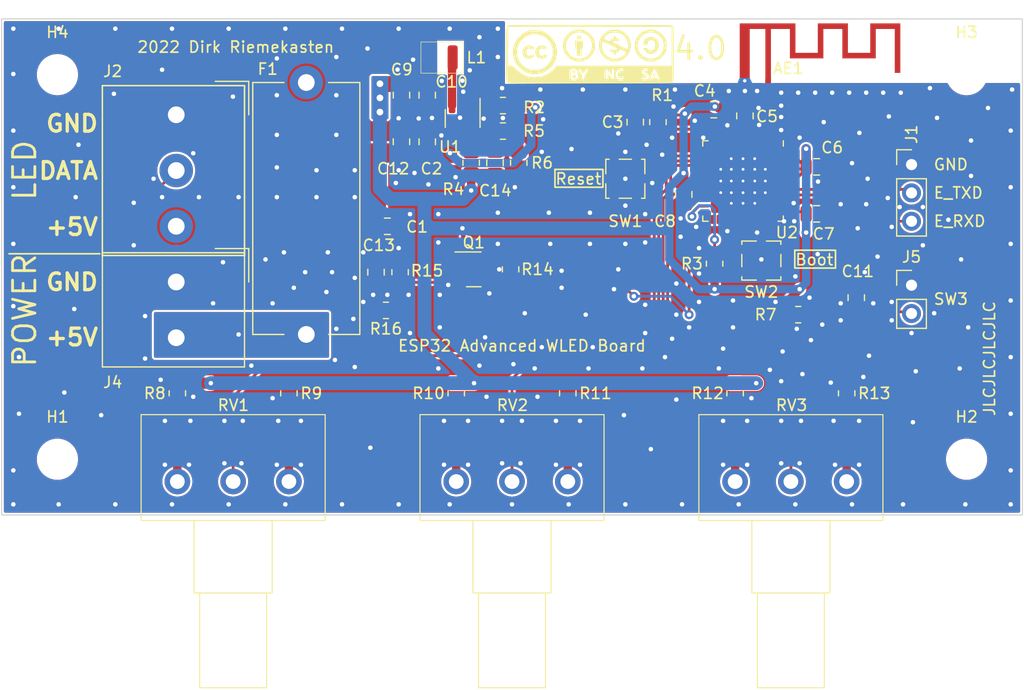
<source format=kicad_pcb>
(kicad_pcb (version 20211014) (generator pcbnew)
  (layers (0 "F.Cu" signal) (31 "B.Cu" signal) (34 "B.Paste" user) (35 "F.Paste" user) (36 "B.SilkS" user "B.Silkscreen") (37 "F.SilkS" user "F.Silkscreen") (38 "B.Mask" user) (39 "F.Mask" user) (44 "Edge.Cuts" user))
  (net 0 "")
  (net 1 "/LNA")
  (net 2 "GND")
  (net 3 "+5V")
  (net 4 "+3V3")
  (net 5 "/WLED_CTRL_IO13")
  (net 6 "Net-(L1-Pad1)")
  (net 8 "Net-(R2-Pad2)")
  (net 13 "/RST")
  (net 18 "/WLED_CTRL_IO25")
  (net 19 "/WLED_CTRL_IO26")
  (net 21 "/WLED_CTRL_IO14")
  (net 25 "/BOOT")
  (net 26 "Net-(Q1-Pad2)")
  (net 41 "/ESP_RXD")
  (net 42 "/ESP_TXD")
  (net 48 "/LED_DATA")
  (net 49 "Net-(Q1-Pad3)")
  (net 50 "Net-(R4-Pad2)")
  (net 51 "Net-(R5-Pad2)")
  (net 52 "Net-(R8-Pad2)")
  (net 53 "Net-(R9-Pad1)")
  (net 54 "Net-(R10-Pad2)")
  (net 55 "Net-(R11-Pad1)")
  (net 56 "Net-(R12-Pad2)")
  (net 57 "Net-(R13-Pad1)")
  (net 58 "/+5Vin")
  (footprint "MountingHole:MountingHole_3.2mm_M3_DIN965" (layer "F.Cu") (at 86.25 91.5)
    (fp_text reference "H4")
    (fp_text value "MountingHole")
  )
  (footprint "Footprints:KF103-5.0-3P" (layer "F.Cu") (at 96.9 95.1 -90)
    (fp_text reference "J2")
    (fp_text value "Conn_01x03_Male")
  )
  (footprint "Resistor_SMD:R_0805_2012Metric" (layer "F.Cu") (at 157 120.0875 90)
    (fp_text reference "R13")
    (fp_text value "4k7")
  )
  (footprint "MountingHole:MountingHole_3.2mm_M3_DIN965" (layer "F.Cu") (at 167.75 91.5)
    (fp_text reference "H3")
    (fp_text value "MountingHole")
  )
  (footprint "Capacitor_SMD:C_0805_2012Metric" (layer "F.Cu") (at 138.049 95.758 -90)
    (fp_text reference "C3")
    (fp_text value "100n")
  )
  (footprint "Resistor_SMD:R_0805_2012Metric" (layer "F.Cu") (at 147 120.0875 -90)
    (fp_text reference "R12")
    (fp_text value "4k7")
  )
  (footprint "Resistor_SMD:R_0805_2012Metric" (layer "F.Cu") (at 126.873 108.966 -90)
    (fp_text reference "R14")
    (fp_text value "4k7")
  )
  (footprint "Capacitor_SMD:C_0805_2012Metric" (layer "F.Cu") (at 115.824 105.1 180)
    (fp_text reference "C1")
    (fp_text value "22µ")
  )
  (footprint "Resistor_SMD:R_0805_2012Metric" (layer "F.Cu") (at 152.654 113.03)
    (fp_text reference "R7")
    (fp_text value "4k7")
  )
  (footprint "Footprints:SW_XUNPU_TS-1077S" (layer "F.Cu") (at 137.16 100.838 90)
    (fp_text reference "SW1")
    (fp_text value "SW_Push")
  )
  (footprint "Capacitor_SMD:C_0805_2012Metric" (layer "F.Cu") (at 117.090181 97.517422 90)
    (fp_text reference "C12")
    (fp_text value "10µ")
  )
  (footprint "Resistor_SMD:R_0805_2012Metric" (layer "F.Cu") (at 107 120.0912 90)
    (fp_text reference "R9")
    (fp_text value "4k7")
  )
  (footprint "Footprints:Potentiometer_Bourns_PDB181-K415K-x" (layer "F.Cu") (at 147 128 -90)
    (fp_text reference "RV3")
    (fp_text value "10k")
  )
  (footprint "Resistor_SMD:R_0805_2012Metric" (layer "F.Cu") (at 127.605781 99.405834 -90)
    (fp_text reference "R6")
    (fp_text value "15k")
  )
  (footprint "Footprints:SW_XUNPU_TS-1077S" (layer "F.Cu") (at 149.352 108.1786 180)
    (fp_text reference "SW2")
    (fp_text value "SW_Push")
  )
  (footprint "Capacitor_SMD:C_0805_2012Metric" (layer "F.Cu") (at 119.401581 97.522422 90)
    (fp_text reference "C2")
    (fp_text value "100n")
  )
  (footprint "Resistor_SMD:R_0805_2012Metric" (layer "F.Cu") (at 126.183381 94.275034 180)
    (fp_text reference "R2")
    (fp_text value "4k7")
  )
  (footprint "Footprints:Potentiometer_Bourns_PDB181-K415K-x" (layer "F.Cu") (at 122 128 -90)
    (fp_text reference "RV2")
    (fp_text value "10k")
  )
  (footprint "Capacitor_SMD:C_0805_2012Metric" (layer "F.Cu") (at 147.8788 95.1992 -90)
    (fp_text reference "C5")
    (fp_text value "100n")
  )
  (footprint "LOGO" (layer "F.Cu") (at 133.985 89.662)
    (fp_text reference "G***" hide)
    (fp_text value "LOGO" hide)
  )
  (footprint "Capacitor_SMD:C_0805_2012Metric" (layer "F.Cu") (at 154.3152 103.9876 180)
    (fp_text reference "C7")
    (fp_text value "100n")
  )
  (footprint "Footprints:Potentiometer_Bourns_PDB181-K415K-x" (layer "F.Cu") (at 97 128 -90)
    (fp_text reference "RV1")
    (fp_text value "10k")
  )
  (footprint "Connector_PinHeader_2.54mm:PinHeader_1x03_P2.54mm_Vertical" (layer "F.Cu") (at 162.814 99.568)
    (fp_text reference "J1")
    (fp_text value "Conn_01x03_Male")
  )
  (footprint "Capacitor_SMD:C_0805_2012Metric" (layer "F.Cu") (at 114.808 109.22 90)
    (fp_text reference "C13")
    (fp_text value "100n")
  )
  (footprint "Capacitor_SMD:C_0805_2012Metric" (layer "F.Cu") (at 119.399619 93.336415 -90)
    (fp_text reference "C10")
    (fp_text value "100n")
  )
  (footprint "Resistor_SMD:R_0805_2012Metric" (layer "F.Cu") (at 132 120.0875 90)
    (fp_text reference "R11")
    (fp_text value "4k7")
  )
  (footprint "RF_Antenna:Texas_SWRA117D_2.4GHz_Right" (layer "F.Cu") (at 149.9616 92.0508)
    (fp_text reference "AE1")
    (fp_text value "Antenna_Shield")
  )
  (footprint "Connector_PinHeader_2.54mm:PinHeader_1x02_P2.54mm_Vertical" (layer "F.Cu") (at 162.814 110.3884)
    (fp_text reference "J5")
    (fp_text value "Conn_01x02")
  )
  (footprint "Footprints:Sumida 252012CDMCD_DS" (layer "F.Cu") (at 120.730619 89.968415 180)
    (fp_text reference "L1")
    (fp_text value "2µ2")
  )
  (footprint "Resistor_SMD:R_0805_2012Metric" (layer "F.Cu") (at 145.161 108.458 90)
    (fp_text reference "R3")
    (fp_text value "4k7")
  )
  (footprint "Capacitor_SMD:C_0805_2012Metric" (layer "F.Cu") (at 145.0848 94.6404)
    (fp_text reference "C4")
    (fp_text value "10µ")
  )
  (footprint "Package_TO_SOT_SMD:SOT-23" (layer "F.Cu") (at 123.571 108.966)
    (fp_text reference "Q1")
    (fp_text value "BS170F")
  )
  (footprint "Footprints:KF103-5.0-2P" (layer "F.Cu") (at 96.9 110.1 -90)
    (fp_text reference "J4")
    (fp_text value "Screw_Terminal_01x02")
  )
  (footprint "MountingHole:MountingHole_3.2mm_M3_DIN965" (layer "F.Cu") (at 167.75 126)
    (fp_text reference "H2")
    (fp_text value "MountingHole")
  )
  (footprint "Resistor_SMD:R_0805_2012Metric" (layer "F.Cu") (at 140.081 95.758 -90)
    (fp_text reference "R1")
    (fp_text value "4k7")
  )
  (footprint "Fuse:Fuseholder_Cylinder-5x20mm_Stelvio-Kontek_PTF78_Horizontal_Open" (layer "F.Cu") (at 108.5596 92.205 -90)
    (fp_text reference "F1")
    (fp_text value "5A")
  )
  (footprint "Capacitor_SMD:C_0805_2012Metric" (layer "F.Cu") (at 117.090181 93.336415 -90)
    (fp_text reference "C9")
    (fp_text value "22µ")
  )
  (footprint "MountingHole:MountingHole_3.2mm_M3_DIN965" (layer "F.Cu") (at 86.25 126)
    (fp_text reference "H1")
    (fp_text value "MountingHole")
  )
  (footprint "Package_DFN_QFN:QFN-48-1EP_7x7mm_P0.5mm_EP5.3x5.3mm" (layer "F.Cu") (at 147.7116 101.0412 -90)
    (fp_text reference "U2")
    (fp_text value "ESP32-PICO-D4")
  )
  (footprint "Resistor_SMD:R_0805_2012Metric" (layer "F.Cu") (at 116.967 109.22 -90)
    (fp_text reference "R15")
    (fp_text value "4k7")
  )
  (footprint "Resistor_SMD:R_0805_2012Metric" (layer "F.Cu") (at 97 120.0875 -90)
    (fp_text reference "R8")
    (fp_text value "4k7")
  )
  (footprint "Resistor_SMD:R_0805_2012Metric" (layer "F.Cu") (at 115.697 112.649 180)
    (fp_text reference "R16")
    (fp_text value "10R")
  )
  (footprint "Resistor_SMD:R_0805_2012Metric" (layer "F.Cu") (at 126.185281 96.561034)
    (fp_text reference "R5")
    (fp_text value "51k")
  )
  (footprint "Capacitor_SMD:C_0805_2012Metric" (layer "F.Cu") (at 125.472181 99.405834 90)
    (fp_text reference "C14")
    (fp_text value "22p")
  )
  (footprint "Resistor_SMD:R_0805_2012Metric" (layer "F.Cu") (at 123.338581 99.405834 90)
    (fp_text reference "R4")
    (fp_text value "300k")
  )
  (footprint "Capacitor_SMD:C_0805_2012Metric" (layer "F.Cu") (at 154.3152 99.7712 180)
    (fp_text reference "C6")
    (fp_text value "100n")
  )
  (footprint "Capacitor_SMD:C_0805_2012Metric" (layer "F.Cu") (at 142.3924 102.2452 90)
    (fp_text reference "C8")
    (fp_text value "100n")
  )
  (footprint "Resistor_SMD:R_0805_2012Metric" (layer "F.Cu") (at 122 120.0875 -90)
    (fp_text reference "R10")
    (fp_text value "4k7")
  )
  (footprint "Package_TO_SOT_SMD:SOT-23-6" (layer "F.Cu") (at 122.574619 95.429415 -90)
    (fp_text reference "U1")
    (fp_text value "MT3420C")
  )
  (footprint "Capacitor_SMD:C_0805_2012Metric" (layer "F.Cu") (at 157.861 111.506 90)
    (fp_text reference "C11")
    (fp_text value "100n")
  )
  (gr_line (start 90.043 107.569) (end 81.915 107.569) (layer "F.SilkS") (width 0.15))
  (gr_rect (start 130.85 100) (end 135.15 101.6) (layer "F.SilkS") (width 0.15) (fill none))
  (gr_rect (start 152.35 107.25) (end 156 108.85) (layer "F.SilkS") (width 0.15) (fill none))
  (gr_rect (start 81.25 86.5) (end 172.75 131) (layer "Edge.Cuts") (width 0.1) (fill none))
  (gr_text "LED" (at 83.312 100.076 90) (layer "F.SilkS") (effects (font (size 2 2) (thickness 0.25))))
  (gr_text "GND" (at 90.043 110.109) (layer "F.SilkS") (effects (font (size 1.5 1.5) (thickness 0.3)) (justify right)))
  (gr_text "DATA" (at 90.043 100.1268) (layer "F.SilkS") (effects (font (size 1.5 1.5) (thickness 0.3)) (justify right)))
  (gr_text "ESP32 Advanced WLED Board" (at 127.889 115.824) (layer "F.SilkS") (effects (font (size 1 1))))
  (gr_text "JLCJLCJLCJLC" (at 169.799 116.967 90) (layer "F.SilkS") (effects (font (size 1 1))))
  (gr_text "4.0" (at 143.891 89.154) (layer "F.SilkS") (effects (font (size 2 2) (thickness 0.25))))
  (gr_text "Boot" (at 154.1 108.1) (layer "F.SilkS") (effects (font (size 1 1))))
  (gr_text "Reset" (at 132.95 100.85) (layer "F.SilkS") (effects (font (size 1 1))))
  (gr_text "+5V" (at 90.043 115.062) (layer "F.SilkS") (effects (font (size 1.5 1.5) (thickness 0.3)) (justify right)))
  (gr_text "SW3" (at 164.719 111.633) (layer "F.SilkS") (effects (font (size 1 1)) (justify left)))
  (gr_text "GND" (at 164.719 99.568) (layer "F.SilkS") (effects (font (size 1 1)) (justify left)))
  (gr_text "POWER" (at 83.312 112.649 90) (layer "F.SilkS") (effects (font (size 2 2) (thickness 0.25))))
  (gr_text "E_RXD" (at 164.719 104.648) (layer "F.SilkS") (effects (font (size 1 1)) (justify left)))
  (gr_text "2022 Dirk Riemekasten" (at 102.235 89.027) (layer "F.SilkS") (effects (font (size 1 1))))
  (gr_text "+5V" (at 90.043 105.156) (layer "F.SilkS") (effects (font (size 1.5 1.5) (thickness 0.3)) (justify right)))
  (gr_text "E_TXD" (at 164.719 102.108) (layer "F.SilkS") (effects (font (size 1 1)) (justify left)))
  (gr_text "GND" (at 90.043 95.885) (layer "F.SilkS") (effects (font (size 1.5 1.5) (thickness 0.3)) (justify right)))
  (segment (start 149.9616 97.5912) (end 149.9616 97.0788) (width 0.4) (layer "F.Cu") (net 1))
  (segment (start 149.9616 92.0508) (end 149.9616 97.0788) (width 0.5) (layer "F.Cu") (net 1))
  (segment (start 122.574619 95.126044) (end 122.574619 94.291915) (width 0.5) (layer "F.Cu") (net 2))
  (segment (start 122.340696 95.359967) (end 122.574619 95.126044) (width 0.5) (layer "F.Cu") (net 2))
  (segment (start 122.271248 95.429415) (end 119.870177 95.429415) (width 0.5) (layer "F.Cu") (net 2))
  (segment (start 119.870177 95.429415) (end 119.825398 95.384636) (width 0.5) (layer "F.Cu") (net 2))
  (segment (start 147.8616 92.0508) (end 147.8616 92.9468) (width 0.9) (layer "F.Cu") (net 2))
  (segment (start 122.340696 95.359967) (end 122.271248 95.429415) (width 0.5) (layer "F.Cu") (net 2))
  (via (at 117.856 104.013) (size 0.8) (drill 0.4) (layers "F.Cu" "B.Cu") (net 2))
  (via (at 108.077 126.492) (size 0.8) (drill 0.4) (layers "F.Cu" "B.Cu") (net 2))
  (via (at 151.13 118.999) (size 0.8) (drill 0.4) (layers "F.Cu" "B.Cu") (net 2))
  (via (at 146.658755 103.04036) (size 0.5) (drill 0.25) (layers "F.Cu" "B.Cu") (net 2))
  (via (at 171.704 116.84) (size 0.8) (drill 0.4) (layers "F.Cu" "B.Cu") (net 2))
  (via (at 154.4 107.6) (size 0.8) (drill 0.4) (layers "F.Cu" "B.Cu") (net 2))
  (via (at 82.296 130.048) (size 0.8) (drill 0.4) (layers "F.Cu" "B.Cu") (net 2))
  (via (at 143.383 95.631) (size 0.8) (drill 0.4) (layers "F.Cu" "B.Cu") (net 2))
  (via (at 127.762 126.365) (size 0.8) (drill 0.4) (layers "F.Cu" "B.Cu") (net 2))
  (via (at 108.077 122.555) (size 0.8) (drill 0.4) (layers "F.Cu" "B.Cu") (net 2))
  (via (at 153.67 111.506) (size 0.8) (drill 0.4) (layers "F.Cu" "B.Cu") (net 2))
  (via (at 124.456181 95.443434) (size 0.8) (drill 0.4) (layers "F.Cu" "B.Cu") (net 2))
  (via (at 121.412 130.048) (size 0.8) (drill 0.4) (layers "F.Cu" "B.Cu") (net 2))
  (via (at 154.178 93.1164) (size 0.8) (drill 0.4) (layers "F.Cu" "B.Cu") (net 2))
  (via (at 105.918 96.901) (size 0.8) (drill 0.4) (layers "F.Cu" "B.Cu") (net 2))
  (via (at 145.710225 99.989484) (size 0.5) (drill 0.25) (layers "F.Cu" "B.Cu") (net 2))
  (via (at 140.716 116.84) (size 0.8) (drill 0.4) (layers "F.Cu" "B.Cu") (net 2))
  (via (at 140.462 98.679) (size 0.8) (drill 0.4) (layers "F.Cu" "B.Cu") (net 2))
  (via (at 129.54 92.837) (size 0.8) (drill 0.4) (layers "F.Cu" "B.Cu") (net 2))
  (via (at 147.7116 99.9912) (size 0.5) (drill 0.25) (layers "F.Cu" "B.Cu") (net 2))
  (via (at 125.73 87.376) (size 0.8) (drill 0.4) (layers "F.Cu" "B.Cu") (net 2))
  (via (at 124.587 115.062) (size 0.8) (drill 0.4) (layers "F.Cu" "B.Cu") (net 2))
  (via (at 95.631 102.489) (size 0.8) (drill 0.4) (layers "F.Cu" "B.Cu") (net 2))
  (via (at 133.096 122.555) (size 0.8) (drill 0.4) (layers "F.Cu" "B.Cu") (net 2))
  (via (at 142.113 106.045) (size 0.8) (drill 0.4) (layers "F.Cu" "B.Cu") (net 2))
  (via (at 154.94 95.758) (size 0.8) (drill 0.4) (layers "F.Cu" "B.Cu") (net 2))
  (via (at 86.868 120.015) (size 0.8) (drill 0.4) (layers "F.Cu" "B.Cu") (net 2))
  (via (at 130.429 106.68) (size 0.8) (drill 0.4) (layers "F.Cu" "B.Cu") (net 2))
  (via (at 158.877 100.838) (size 0.8) (drill 0.4) (layers "F.Cu" "B.Cu") (net 2))
  (via (at 151.257 116.332) (size 0.8) (drill 0.4) (layers "F.Cu" "B.Cu") (net 2))
  (via (at 121.939619 100.697422) (size 0.8) (drill 0.4) (layers "F.Cu" "B.Cu") (net 2))
  (via (at 147.32 130.048) (size 0.8) (drill 0.4) (layers "F.Cu" "B.Cu") (net 2))
  (via (at 137.16 130.048) (size 0.8) (drill 0.4) (layers "F.Cu" "B.Cu") (net 2))
  (via (at 125.857 108.966) (size 0.8) (drill 0.4) (layers "F.Cu" "B.Cu") (net 2))
  (via (at 87.884 102.489) (size 0.8) (drill 0.4) (layers "F.Cu" "B.Cu") (net 2))
  (via (at 82.296 87.376) (size 0.8) (drill 0.4) (layers "F.Cu" "B.Cu") (net 2))
  (via (at 98.425 120.396) (size 0.8) (drill 0.4) (layers "F.Cu" "B.Cu") (net 2))
  (via (at 163.83 103.378) (size 0.8) (drill 0.4) (layers "F.Cu" "B.Cu") (net 2))
  (via (at 111.252 114.3) (size 0.8) (drill 0.4) (layers "F.Cu" "B.Cu") (net 2))
  (via (at 104.902 108.077) (size 0.8) (drill 0.4) (layers "F.Cu" "B.Cu") (net 2))
  (via (at 116.586 101.219) (size 0.8) (drill 0.4) (layers "F.Cu" "B.Cu") (net 2))
  (via (at 129.286 120.396) (size 0.8) (drill 0.4) (layers "F.Cu" "B.Cu") (net 2))
  (via (at 120.700119 92.061422) (size 0.8) (drill 0.4) (layers "F.Cu" "B.Cu") (net 2))
  (via (at 120.396 106.553) (size 0.8) (drill 0.4) (layers "F.Cu" "B.Cu") (net 2))
  (via (at 120.669619 96.953415) (size 0.8) (drill 0.4) (layers "F.Cu" "B.Cu") (net 2))
  (via (at 120.904 126.492) (size 0.8) (drill 0.4) (layers "F.Cu" "B.Cu") (net 2))
  (via (at 148.082 122.555) (size 0.8) (drill 0.4) (layers "F.Cu" "B.Cu") (net 2))
  (via (at 101.6 130.048) (size 0.8) (drill 0.4) (layers "F.Cu" "B.Cu") (net 2))
  (via (at 111.76 87.376) (size 0.8) (drill 0.4) (layers "F.Cu" "B.Cu") (net 2))
  (via (at 148.7616 101.0412) (size 0.5) (drill 0.25) (layers "F.Cu" "B.Cu") (net 2))
  (via (at 133.35 92.837) (size 0.8) (drill 0.4) (layers "F.Cu" "B.Cu") (net 2))
  (via (at 113.665 111.887) (size 0.8) (drill 0.4) (layers "F.Cu" "B.Cu") (net 2))
  (via (at 171.704 111.76) (size 0.8) (drill 0.4) (layers "F.Cu" "B.Cu") (net 2))
  (via (at 101.092 108.331) (size 0.8) (drill 0.4) (layers "F.Cu" "B.Cu") (net 2))
  (via (at 116.84 107.061) (size 0.8) (drill 0.4) (layers "F.Cu" "B.Cu") (net 2))
  (via (at 167.259 108.077) (size 0.8) (drill 0.4) (layers "F.Cu" "B.Cu") (net 2))
  (via (at 116.84 87.376) (size 0.8) (drill 0.4) (layers "F.Cu" "B.Cu") (net 2))
  (via (at 155.575 119.126) (size 0.8) (drill 0.4) (layers "F.Cu" "B.Cu") (net 2))
  (via (at 141.351 115.189) (size 0.8) (drill 0.4) (layers "F.Cu" "B.Cu") (net 2))
  (via (at 82.296 101.6) (size 0.8) (drill 0.4) (layers "F.Cu" "B.Cu") (net 2))
  (via (at 137.16 100.838) (size 0.8) (drill 0.4) (layers "F.Cu" "B.Cu") (net 2))
  (via (at 95.504 118.872) (size 0.8) (drill 0.4) (layers "F.Cu" "B.Cu") (net 2))
  (via (at 90.17 122.047) (size 0.8) (drill 0.4) (layers "F.Cu" "B.Cu") (net 2))
  (via (at 105.537 112.014) (size 0.8) (drill 0.4) (layers "F.Cu" "B.Cu") (net 2))
  (via (at 95.631 91.059) (size 0.8) (drill 0.4) (layers "F.Cu" "B.Cu") (net 2))
  (via (at 136.144 110.744) (size 0.8) (drill 0.4) (layers "F.Cu" "B.Cu") (net 2))
  (via (at 169.672 94.488) (size 0.8) (drill 0.4) (layers "F.Cu" "B.Cu") (net 2))
  (via (at 165.1 95.377) (size 0.8) (drill 0.4) (layers "F.Cu" "B.Cu") (net 2))
  (via (at 107.442 110.617) (size 0.8) (drill 0.4) (layers "F.Cu" "B.Cu") (net 2))
  (via (at 152.527 114.3) (size 0.8) (drill 0.4) (layers "F.Cu" "B.Cu") (net 2))
  (via (at 133.858 117.856) (size 0.8) (drill 0.4) (layers "F.Cu" "B.Cu") (net 2))
  (via (at 139.446 125.095) (size 0.8) (drill 0.4) (layers "F.Cu" "B.Cu") (net 2))
  (via (at 129.667 98.425) (size 0.8) (drill 0.4) (layers "F.Cu" "B.Cu") (net 2))
  (via (at 171.704 101.6) (size 0.8) (drill 0.4) (layers "F.Cu" "B.Cu") (net 2))
  (via (at 137.16 106.68) (size 0.8) (drill 0.4) (layers "F.Cu" "B.Cu") (net 2))
  (via (at 141.732 113.03) (size 0.8) (drill 0.4) (layers "F.Cu" "B.Cu") (net 2))
  (via (at 121.285 110.363) (size 0.8) (drill 0.4) (layers "F.Cu" "B.Cu") (net 2))
  (via (at 116.84 100.076) (size 0.8) (drill 0.4) (layers "F.Cu" "B.Cu") (net 2))
  (via (at 113.665 107.442) (size 0.8) (drill 0.4) (layers "F.Cu" "B.Cu") (net 2))
  (via (at 116.84 130.048) (size 0.8) (drill 0.4) (layers "F.Cu" "B.Cu") (net 2))
  (via (at 131.445 110.617) (size 0.8) (drill 0.4) (layers "F.Cu" "B.Cu") (net 2))
  (via (at 125.73 106.68) (size 0.8) (drill 0.4) (layers "F.Cu" "B.Cu") (net 2))
  (via (at 138.938 114.681) (size 0.8) (drill 0.4) (layers "F.Cu" "B.Cu") (net 2))
  (via (at 143.51 105.156) (size 0.8) (drill 0.4) (layers "F.Cu" "B.Cu") (net 2))
  (via (at 167.132 117.856) (size 0.8) (drill 0.4) (layers "F.Cu" "B.Cu") (net 2))
  (via (at 126.111 126.365) (size 0.8) (drill 0.4) (layers "F.Cu" "B.Cu") (net 2))
  (via (at 171.704 121.92) (size 0.8) (drill 0.4) (layers "F.Cu" "B.Cu") (net 2))
  (via (at 158.1404 96.7232) (size 0.8) (drill 0.4) (layers "F.Cu" "B.Cu") (net 2))
  (via (at 117.856 114.681) (size 0.8) (drill 0.4) (layers "F.Cu" "B.Cu") (net 2))
  (via (at 101.219 122.555) (size 0.8) (drill 0.4) (layers "F.Cu" "B.Cu") (net 2))
  (via (at 88.138 97.79) (size 0.8) (drill 0.4) (layers "F.Cu" "B.Cu") (net 2))
  (via (at 162.941 122.682) (size 0.8) (drill 0.4) (layers "F.Cu" "B.Cu") (net 2))
  (via (at 157.226 93.1164) (size 0.8) (drill 0.4) (layers "F.Cu" "B.Cu") (net 2))
  (via (at 158.623 109.22) (size 0.8) (drill 0.4) (layers "F.Cu" "B.Cu") (net 2))
  (via (at 132.08 130.048) (size 0.8) (drill 0.4) (layers "F.Cu" "B.Cu") (net 2))
  (via (at 137.033 122.047) (size 0.8) (drill 0.4) (layers "F.Cu" "B.Cu") (net 2))
  (via (at 148.756532 99.039484) (size 0.5) (drill 0.25) (layers "F.Cu" "B.Cu") (net 2))
  (via (at 86.36 130.048) (size 0.8) (drill 0.4) (layers "F.Cu" "B.Cu") (net 2))
  (via (at 127.889 122.555) (size 0.8) (drill 0.4) (layers "F.Cu" "B.Cu") (net 2))
  (via (at 168.148 97.409) (size 0.8) (drill 0.4) (layers "F.Cu" "B.Cu") (net 2))
  (via (at 161.036 113.538) (size 0.8) (drill 0.4) (layers "F.Cu" "B.Cu") (net 2))
  (via (at 148.7616 103.0412) (size 0.5) (drill 0.25) (layers "F.Cu" "B.Cu") (net 2))
  (via (at 82.804 116.84) (size 0.8) (drill 0.4) (layers "F.Cu" "B.Cu") (net 2))
  (via (at 126.183381 95.392634) (size 0.8) (drill 0.4) (layers "F.Cu" "B.Cu") (net 2))
  (via (at 103.632 117.602) (size 0.8) (drill 0.4) (layers "F.Cu" "B.Cu") (net 2))
  (via (at 162.052 130.048) (size 0.8) (drill 0.4) (layers "F.Cu" "B.Cu") (net 2))
  (via (at 138.938 112.141) (size 0.8) (drill 0.4) (layers "F.Cu" "B.Cu") (net 2))
  (via (at 164.846 112.903) (size 0.8) (drill 0.4) (layers "F.Cu" "B.Cu") (net 2))
  (via (at 160.274 93.1164) (size 0.8) (drill 0.4) (layers "F.Cu" "B.Cu") (net 2))
  (via (at 160.782 95.25) (size 0.8) (drill 0.4) (layers "F.Cu" "B.Cu") (net 2))
  (via (at 152.781 97.155) (size 0.8) (drill 0.4) (layers "F.Cu" "B.Cu") (net 2))
  (via (at 159.385 112.014) (size 0.8) (drill 0.4) (layers "F.Cu" "B.Cu") (net 2))
  (via (at 86.36 87.376) (size 0.8) (drill 0.4) (layers "F.Cu" "B.Cu") (net 2))
  (via (at 117.729 111.252) (size 0.8) (drill 0.4) (layers "F.Cu" "B.Cu") (net 2))
  (via (at 127.127 117.475) (size 0.8) (drill 0.4) (layers "F.Cu" "B.Cu") (net 2))
  (via (at 145.7116 101.0412) (size 0.5) (drill 0.25) (layers "F.Cu" "B.Cu") (net 2))
  (via (at 157.988 105.283) (size 0.8) (drill 0.4) (layers "F.Cu" "B.Cu") (net 2))
  (via (at 114.046 89.154) (size 0.8) (drill 0.4) (layers "F.Cu" "B.Cu") (net 2))
  (via (at 124.968 111.125) (size 0.8) (drill 0.4) (layers "F.Cu" "B.Cu") (net 2))
  (via (at 118.637619 95.429415) (size 0.8) (drill 0.4) (layers "F.Cu" "B.Cu") (net 2))
  (via (at 112.903 117.729) (size 0.8) (drill 0.4) (layers "F.Cu" "B.Cu") (net 2))
  (via (at 156.464 113.538) (size 0.8) (drill 0.4) (layers "F.Cu" "B.Cu") (net 2))
  (via (at 161.036 105.156) (size 0.8) (drill 0.4) (layers "F.Cu" "B.Cu") (net 2))
  (via (at 111.252 93.345) (size 0.8) (drill 0.4) (layers "F.Cu" "B.Cu") (net 2))
  (via (at 123.209619 91.110415) (size 0.8) (drill 0.4) (layers "F.Cu" "B.Cu") (net 2))
  (via (at 109.474 100.076) (size 0.8) (drill 0.4) (layers "F.Cu" "B.Cu") (net 2))
  (via (at 128.143 112.903) (size 0.8) (drill 0.4) (layers "F.Cu" "B.Cu") (net 2))
  (via (at 158.496 118.618) (size 0.8) (drill 0.4) (layers "F.Cu" "B.Cu") (net 2))
  (via (at 161.036 111.887) (size 0.8) (drill 0.4) (layers "F.Cu" "B.Cu") (net 2))
  (via (at 139.573 101.219) (size 0.8) (drill 0.4) (layers "F.Cu" "B.Cu") (net 2))
  (via (at 120.396 104.013) (size 0.8) (drill 0.4) (layers "F.Cu" "B.Cu") (net 2))
  (via (at 105.918 99.822) (size 0.8) (drill 0.4) (layers "F.Cu" "B.Cu") (net 2))
  (via (at 137.16 98.425) (size 0.8) (drill 0.4) (layers "F.Cu" "B.Cu") (net 2))
  (via (at 100.203 112.014) (size 0.8) (drill 0.4) (layers "F.Cu" "B.Cu") (net 2))
  (via (at 148.082 126.492) (size 0.8) (drill 0.4) (layers "F.Cu" "B.Cu") (net 2))
  (via (at 110.363 110.998) (size 0.8) (drill 0.4) (layers "F.Cu" "B.Cu") (net 2))
  (via (at 146.660602 102.091199) (size 0.5) (drill 0.25) (layers "F.Cu" "B.Cu") (net 2))
  (via (at 98.044 126.492) (size 0.8) (drill 0.4) (layers "F.Cu" "B.Cu") (net 2))
  (via (at 131.445 109.093) (size 0.8) (drill 0.4) (layers "F.Cu" "B.Cu") (net 2))
  (via (at 159.766 107.823) (size 0.8) (drill 0.4) (layers "F.Cu" "B.Cu") (net 2))
  (via (at 158.115 126.492) (size 0.8) (drill 0.4) (layers "F.Cu" "B.Cu") (net 2))
  (via (at 110.871 109.22) (size 0.8) (drill 0.4) (layers "F.Cu" "B.Cu") (net 2))
  (via (at 130.937 122.555) (size 0.8) (drill 0.4) (layers "F.Cu" "B.Cu") (net 2))
  (via (at 105.918 90.043) (size 0.8) (drill 0.4) (layers "F.Cu" "B.Cu") (net 2))
  (via (at 141.732 110.236) (size 0.8) (drill 0.4) (layers "F.Cu" "B.Cu") (net 2))
  (via (at 147.7116 103.0412) (size 0.5) (drill 0.25) (layers "F.Cu" "B.Cu") (net 2))
  (via (at 142.113 104.394) (size 0.8) (drill 0.4) (layers "F.Cu" "B.Cu") (net 2))
  (via (at 91.44 87.376) (size 0.8) (drill 0.4) (layers "F.Cu" "B.Cu") (net 2))
  (via (at 118.131581 90.156422) (size 0.8) (drill 0.4) (layers "F.Cu" "B.Cu") (net 2))
  (via (at 105.918 93.345) (size 0.8) (drill 0.4) (layers "F.Cu" "B.Cu") (net 2))
  (via (at 129.667 115.951) (size 0.8) (drill 0.4) (layers "F.Cu" "B.Cu") (net 2))
  (via (at 91.313 93.218) (size 0.8) (drill 0.4) (layers "F.Cu" "B.Cu") (net 2))
  (via (at 148.7616 102.0912) (size 0.5) (drill 0.25) (layers "F.Cu" "B.Cu") (net 2))
  (via (at 141.605 92.837) (size 0.8) (drill 0.4) (layers "F.Cu" "B.Cu") (net 2))
  (via (at 148.971 105.664) (size 0.8) (drill 0.4) (layers "F.Cu" "B.Cu") (net 2))
  (via (at 148.463 120.523) (size 0.8) (drill 0.4) (layers "F.Cu" "B.Cu") (net 2))
  (via (at 155.829 122.555) (size 0.8) (drill 0.4) (layers "F.Cu" "B.Cu") (net 2))
  (via (at 171.831 92.837) (size 0.8) (drill 0.4) (layers "F.Cu" "B.Cu") (net 2))
  (via (at 161.8488 93.1164) (size 0.8) (drill 0.4) (layers "F.Cu" "B.Cu") (net 2))
  (via (at 171.704 127) (size 0.8) (drill 0.4) (layers "F.Cu" "B.Cu") (net 2))
  (via (at 82.804 121.92) (size 0.8) (drill 0.4) (layers "F.Cu" "B.Cu") (net 2))
  (via (at 152.2476 103.0224) (size 0.8) (drill 0.4) (layers "F.Cu" "B.Cu") (net 2))
  (via (at 137.16 103.251) (size 0.8) (drill 0.4) (layers "F.Cu" "B.Cu") (net 2))
  (via (at 82.296 112.268) (size 0.8) (drill 0.4) (layers "F.Cu" "B.Cu") (net 2))
  (via (at 149.706532 99.989484) (size 0.5) (drill 0.25) (layers "F.Cu" "B.Cu") (net 2))
  (via (at 136.525 108.966) (size 0.8) (drill 0.4) (layers "F.Cu" "B.Cu") (net 2))
  (via (at 138.938 104.013) (size 0.8) (drill 0.4) (layers "F.Cu" "B.Cu") (net 2))
  (via (at 166.116 104.521) (size 0.8) (drill 0.4) (layers "F.Cu" "B.Cu") (net 2))
  (via (at 153.797 115.316) (size 0.8) (drill 0.4) (layers "F.Cu" "B.Cu") (net 2))
  (via (at 145.542 117.856) (size 0.8) (drill 0.4) (layers "F.Cu" "B.Cu") (net 2))
  (via (at 149.098 94.488) (size 0.8) (drill 0.4) (layers "F.Cu" "B.Cu") (net 2))
  (via (at 144.145 97.155) (size 0.8) (drill 0.4) (layers "F.Cu" "B.Cu") (net 2))
  (via (at 111.252 89.916) (size 0.8) (drill 0.4) (layers "F.Cu" "B.Cu") (net 2))
  (via (at 146.304 105.537) (size 0.8) (drill 0.4) (layers "F.Cu" "B.Cu") (net 2))
  (via (at 160.6804 102.5652) (size 0.8) (drill 0.4) (layers "F.Cu" "B.Cu") (net 2))
  (via (at 123.063 126.492) (size 0.8) (drill 0.4) (layers "F.Cu" "B.Cu") (net 2))
  (via (at 138.938 106.553) (size 0.8) (drill 0.4) (layers "F.Cu" "B.Cu") (net 2))
  (via (at 112.776 113.411) (size 0.8) (drill 0.4) (layers "F.Cu" "B.Cu") (net 2))
  (via (at 130.302 103.886) (size 0.8) (drill 0.4) (layers "F.Cu" "B.Cu") (net 2))
  (via (at 151.13 96.4692) (size 0.8) (drill 0.4) (layers "F.Cu" "B.Cu") (net 2))
  (via (at 95.885 122.555) (size 0.8) (drill 0.4) (layers "F.Cu" "B.Cu") (net 2))
  (via (at 133.985 103.886) (size 0.8) (drill 0.4) (layers "F.Cu" "B.Cu") (net 2))
  (via (at 120.396 117.856) (size 0.8) (drill 0.4) (layers "F.Cu" "B.Cu") (net 2))
  (via (at 152.781 126.365) (size 0.8) (drill 0.4) (layers "F.Cu" "B.Cu") (net 2))
  (via (at 137.16 92.837) (size 0.8) (drill 0.4) (layers "F.Cu" "B.Cu") (net 2))
  (via (at 101.981 93.472) (size 0.8) (drill 0.4) (layers "F.Cu" "B.Cu") (net 2))
  (via (at 156.464 103.124) (size 0.8) (drill 0.4) (layers "F.Cu" "B.Cu") (net 2))
  (via (at 163.83 106.807) (size 0.8) (drill 0.4) (layers "F.Cu" "B.Cu") (net 2))
  (via (at 132.334 98.171) (size 0.8) (drill 0.4) (layers "F.Cu" "B.Cu") (net 2))
  (via (at 106.045 122.555) (size 0.8) (drill 0.4) (layers "F.Cu" "B.Cu") (net 2))
  (via (at 145.923 122.555) (size 0.8) (drill 0.4) (layers "F.Cu" "B.Cu") (net 2))
  (via (at 167.64 130.048) (size 0.8) (drill 0.4) (layers "F.Cu" "B.Cu") (net 2))
  (via (at 157.48 130.048) (size 0.8) (drill 0.4) (layers "F.Cu" "B.Cu") (net 2))
  (via (at 147.7116 101.0412) (size 0.5) (drill 0.25) (layers "F.Cu" "B.Cu") (net 2))
  (via (at 156.464 112.014) (size 0.8) (drill 0.4) (layers "F.Cu" "B.Cu") (net 2))
  (via (at 115.824 111.252) (size 0.8) (drill 0.4) (layers "F.Cu" "B.Cu") (net 2))
  (via (at 120.904 122.555) (size 0.8) (drill 0.4) (layers "F.Cu" "B.Cu") (net 2))
  (via (at 138.684 117.856) (size 0.8) (drill 0.4) (layers "F.Cu" "B.Cu") (net 2))
  (via (at 139.065 97.79) (size 0.8) (drill 0.4) (layers "F.Cu" "B.Cu") (net 2))
  (via (at 105.537 120.523) (size 0.8) (drill 0.4) (layers "F.Cu" "B.Cu") (net 2))
  (via (at 124.714 120.396) (size 0.8) (drill 0.4) (layers "F.Cu" "B.Cu") (net 2))
  (via (at 133.604 113.03) (size 0.8) (drill 0.4) (layers "F.Cu" "B.Cu") (net 2))
  (via (at 146.660602 99.991199) (size 0.5) (drill 0.25) (layers "F.Cu" "B.Cu") (net 2))
  (via (at 106.68 130.048) (size 0.8) (drill 0.4) (layers "F.Cu" "B.Cu") (net 2))
  (via (at 152.654 93.1164) (size 0.8) (drill 0.4) (layers "F.Cu" "B.Cu") (net 2))
  (via (at 118.258581 100.316422) (size 0.8) (drill 0.4) (layers "F.Cu" "B.Cu") (net 2))
  (via (at 121.412 87.376) (size 0.8) (drill 0.4) (layers "F.Cu" "B.Cu") (net 2))
  (via (at 155.702 93.1164) (size 0.8) (drill 0.4) (layers "F.Cu" "B.Cu") (net 2))
  (via (at 93.091 102.997) (size 0.8) (drill 0.4) (layers "F.Cu" "B.Cu") (net 2))
  (via (at 146.6616 101.0412) (size 0.5) (drill 0.25) (layers "F.Cu" "B.Cu") (net 2))
  (via (at 133.096 126.492) (size 0.8) (drill 0.4) (layers "F.Cu" "B.Cu") (net 2))
  (via (at 143.764 107.061) (size 0.8) (drill 0.4) (layers "F.Cu" "B.Cu") (net 2))
  (via (at 153.035 118.364) (size 0.8) (drill 0.4) (layers "F.Cu" "B.Cu") (net 2))
  (via (at 96.52 87.376) (size 0.8) (drill 0.4) (layers "F.Cu" "B.Cu") (net 2))
  (via (at 143.764 109.347) (size 0.8) (drill 0.4) (layers "F.Cu" "B.Cu") (net 2))
  (via (at 146.651419 99.038477) (size 0.5) (drill 0.25) (layers "F.Cu" "B.Cu") (net 2))
  (via (at 116.836181 95.414222) (size 0.8) (drill 0.4) (layers "F.Cu" "B.Cu") (net 2))
  (via (at 98.425 98.552) (size 0.8) (drill 0.4) (layers "F.Cu" "B.Cu") (net 2))
  (via (at 127.254 101.6) (size 0.8) (drill 0.4) (layers "F.Cu" "B.Cu") (net 2))
  (via (at 102.743 126.365) (size 0.8) (drill 0.4) (layers "F.Cu" "B.Cu") (net 2))
  (via (at 149.7116 101.0412) (size 0.5) (drill 0.25) (layers "F.Cu" "B.Cu") (net 2))
  (via (at 146.812 111.76) (size 0.8) (drill 0.4) (layers "F.Cu" "B.Cu") (net 2))
  (via (at 101.219 126.365) (size 0.8) (drill 0.4) (layers "F.Cu" "B.Cu") (net 2))
  (via (at 168.148 100.584) (size 0.8) (drill 0.4) (layers "F.Cu" "B.Cu") (net 2))
  (via (at 111.125 117.094) (size 0.8) (drill 0.4) (layers "F.Cu" "B.Cu") (net 2))
  (via (at 127 130.048) (size 0.8) (drill 0.4) (layers "F.Cu" "B.Cu") (net 2))
  (via (at 96.52 130.048) (size 0.8) (drill 0.4) (layers "F.Cu" "B.Cu") (net 2))
  (via (at 146.431 92.964) (size 0.8) (drill 0.4) (layers "F.Cu" "B.Cu") (net 2))
  (via (at 112.903 109.728) (size 0.8) (drill 0.4) (layers "F.Cu" "B.Cu") (net 2))
  (via (at 126.111 92.71) (size 0.8) (drill 0.4) (layers "F.Cu" "B.Cu") (net 2))
  (via (at 152.4 130.048) (size 0.8) (drill 0.4) (layers "F.Cu" "B.Cu") (net 2))
  (via (at 126.111 122.555) (size 0.8) (drill 0.4) (layers "F.Cu" "B.Cu") (net 2))
  (via (at 125.73 89.916) (size 0.8) (drill 0.4) (layers "F.Cu" "B.Cu") (net 2))
  (via (at 129.794 95.504) (size 0.8) (drill 0.4) (layers "F.Cu" "B.Cu") (net 2))
  (via (at 145.923 116.078) (size 0.8) (drill 0.4) (layers "F.Cu" "B.Cu") (net 2))
  (via (at 124.079 117.602) (size 0.8) (drill 0.4) (layers "F.Cu" "B.Cu") (net 2))
  (via (at 110.49 107.442) (size 0.8) (drill 0.4) (layers "F.Cu" "B.Cu") (net 2))
  (via (at 145.923 126.492) (size 0.8) (drill 0.4) (layers "F.Cu" "B.Cu") (net 2))
  (via (at 94.869 100.838) (size 0.8) (drill 0.4) (layers "F.Cu" "B.Cu") (net 2))
  (via (at 142.24 130.048) (size 0.8) (drill 0.4) (layers "F.Cu" "B.Cu") (net 2))
  (via (at 112.903 102.489) (size 0.8) (drill 0.4) (layers "F.Cu" "B.Cu") (net 2))
  (via (at 151.13 126.365) (size 0.8) (drill 0.4) (layers "F.Cu" "B.Cu") (net 2))
  (via (at 105.918 126.492) (size 0.8) (drill 0.4) (layers "F.Cu" "B.Cu") (net 2))
  (via (at 158.115 122.555) (size 0.8) (drill 0.4) (layers "F.Cu" "B.Cu") (net 2))
  (via (at 149.1533 96.012) (size 0.8) (drill 0.4) (layers "F.Cu" "B.Cu") (net 2))
  (via (at 98.171 122.555) (size 0.8) (drill 0.4) (layers "F.Cu" "B.Cu") (net 2))
  (via (at 119.825398 95.384636) (size 0.8) (drill 0.4) (layers "F.Cu" "B.Cu") (net 2))
  (via (at 109.474 102.489) (size 0.8) (drill 0.4) (layers "F.Cu" "B.Cu") (net 2))
  (via (at 149.352 108.077) (size 0.8) (drill 0.4) (layers "F.Cu" "B.Cu") (net 2))
  (via (at 129.032 117.856) (size 0.8) (drill 0.4) (layers "F.Cu" "B.Cu") (net 2))
  (via (at 82.296 91.44) (size 0.8) (drill 0.4) (layers "F.Cu" "B.Cu") (net 2))
  (via (at 114.3 124.968) (size 0.8) (drill 0.4) (layers "F.Cu" "B.Cu") (net 2))
  (via (at 147.8788 92.964) (size 0.8) (drill 0.4) (layers "F.Cu" "B.Cu") (net 2))
  (via (at 95.885 126.492) (size 0.8) (drill 0.4) (layers "F.Cu" "B.Cu") (net 2))
  (via (at 155.956 126.492) (size 0.8) (drill 0.4) (layers "F.Cu" "B.Cu") (net 2))
  (via (at 120.523 114.173) (size 0.8) (drill 0.4) (layers "F.Cu" "B.Cu") (net 2))
  (via (at 94.107 113.157) (size 0.8) (drill 0.4) (layers "F.Cu" "B.Cu") (net 2))
  (via (at 94.107 116.967) (size 0.8) (drill 0.4) (layers "F.Cu" "B.Cu") (net 2))
  (via (at 147.7116 99.0412) (size 0.5) (drill 0.25) (layers "F.Cu" "B.Cu") (net 2))
  (via (at 122.627381 93.030434) (size 0.8) (drill 0.4) (layers "F.Cu" "B.Cu") (net 2))
  (via (at 87.757 112.522) (size 0.8) (drill 0.4) (layers "F.Cu" "B.Cu") (net 2))
  (via (at 120.523 111.252) (size 0.8) (drill 0.4) (layers "F.Cu" "B.Cu") (net 2))
  (via (at 152.2984 104.648) (size 0.8) (drill 0.4) (layers "F.Cu" "B.Cu") (net 2))
  (via (at 91.44 130.048) (size 0.8) (drill 0.4) (layers "F.Cu" "B.Cu") (net 2))
  (via (at 122.549119 92.039834) (size 0.8) (drill 0.4) (layers "F.Cu" "B.Cu") (net 2))
  (via (at 130.937 126.492) (size 0.8) (drill 0.4) (layers "F.Cu" "B.Cu") (net 2))
  (via (at 152.908 122.555) (size 0.8) (drill 0.4) (layers "F.Cu" "B.Cu") (net 2))
  (via (at 161.7472 103.378) (size 0.8) (drill 0.4) (layers "F.Cu" "B.Cu") (net 2))
  (via (at 163.195 118.11) (size 0.8) (drill 0.4) (layers "F.Cu" "B.Cu") (net 2))
  (via (at 154.813 113.919) (size 0.8) (drill 0.4) (layers "F.Cu" "B.Cu") (net 2))
  (via (at 122.340696 95.359967) (size 0.8) (drill 0.4) (layers "F.Cu" "B.Cu") (net 2))
  (via (at 141.732 120.65) (size 0.8) (drill 0.4) (layers "F.Cu" "B.Cu") (net 2))
  (via (at 154.432 101.092) (size 0.8) (drill 0.4) (layers "F.Cu" "B.Cu") (net 2))
  (via (at 151.13 122.555) (size 0.8) (drill 0.4) (layers "F.Cu" "B.Cu") (net 2))
  (via (at 171.704 106.68) (size 0.8) (drill 0.4) (layers "F.Cu" "B.Cu") (net 2))
  (via (at 141.478 94.361) (size 0.8) (drill 0.4) (layers "F.Cu" "B.Cu") (net 2))
  (via (at 106.68 87.376) (size 0.8) (drill 0.4) (layers "F.Cu" "B.Cu") (net 2))
  (via (at 112.903 100.076) (size 0.8) (drill 0.4) (layers "F.Cu" "B.Cu") (net 2))
  (via (at 143.764 111.887) (size 0.8) (drill 0.4) (layers "F.Cu" "B.Cu") (net 2))
  (via (at 108.458 109.22) (size 0.8) (drill 0.4) (layers "F.Cu" "B.Cu") (net 2))
  (via (at 148.971 92.964) (size 0.8) (drill 0.4) (layers "F.Cu" "B.Cu") (net 2))
  (via (at 147.7116 102.0912) (size 0.5) (drill 0.25) (layers "F.Cu" "B.Cu") (net 2))
  (via (at 162.814 114.681) (size 0.8) (drill 0.4) (layers "F.Cu" "B.Cu") (net 2))
  (via (at 158.75 93.1164) (size 0.8) (drill 0.4) (layers "F.Cu" "B.Cu") (net 2))
  (via (at 148.7616 99.9912) (size 0.5) (drill 0.25) (layers "F.Cu" "B.Cu") (net 2))
  (via (at 151.384 104.648) (size 0.8) (drill 0.4) (layers "F.Cu" "B.Cu") (net 2))
  (via (at 159.004 116.713) (size 0.8) (drill 0.4) (layers "F.Cu" "B.Cu") (net 2))
  (via (at 146.305165 96.04143) (size 0.8) (drill 0.4) (layers "F.Cu" "B.Cu") (net 2))
  (via (at 133.985 106.68) (size 0.8) (drill 0.4) (layers "F.Cu" "B.Cu") (net 2))
  (via (at 111.76 130.048) (size 0.8) (drill 0.4) (layers "F.Cu" "B.Cu") (net 2))
  (via (at 93.091 106.807) (size 0.8) (drill 0.4) (layers "F.Cu" "B.Cu") (net 2))
  (via (at 102.489 102.489) (size 0.8) (drill 0.4) (layers "F.Cu" "B.Cu") (net 2))
  (via (at 102.87 122.555) (size 0.8) (drill 0.4) (layers "F.Cu" "B.Cu") (net 2))
  (via (at 141.351 97.155) (size 0.8) (drill 0.4) (layers "F.Cu" "B.Cu") (net 2))
  (via (at 142.875 114.173) (size 0.8) (drill 0.4) (layers "F.Cu" "B.Cu") (net 2))
  (via (at 98.933 102.489) (size 0.8) (drill 0.4) (layers "F.Cu" "B.Cu") (net 2))
  (via (at 123.063 122.555) (size 0.8) (drill 0.4) (layers "F.Cu" "B.Cu") (net 2))
  (via (at 164.465 92.71) (size 0.8) (drill 0.4) (layers "F.Cu" "B.Cu") (net 2))
  (via (at 136.525 96.774) (size 0.8) (drill 0.4) (layers "F.Cu" "B.Cu") (net 2))
  (via (at 167.894 114.173) (size 0.8) (drill 0.4) (layers "F.Cu" "B.Cu") (net 2))
  (via (at 124.079 88.138) (size 0.8) (drill 0.4) (layers "F.Cu" "B.Cu") (net 2))
  (via (at 151.13 95.3008) (size 0.8) (drill 0.4) (layers "F.Cu" "B.Cu") (net 2))
  (via (at 111.252 96.901) (size 0.8) (drill 0.4) (layers "F.Cu" "B.Cu") (net 2))
  (via (at 157.48 99.441) (size 0.8) (drill 0.4) (layers "F.Cu" "B.Cu") (net 2))
  (via (at 82.296 106.68) (size 0.8) (drill 0.4) (layers "F.Cu" "B.Cu") (net 2))
  (via (at 114.554 111.252) (size 0.8) (drill 0.4) (layers "F.Cu" "B.Cu") (net 2))
  (via (at 150.622 111.887) (size 0.8) (drill 0.4) (layers "F.Cu" "B.Cu") (net 2))
  (via (at 158.75 103.124) (size 0.8) (drill 0.4) (layers "F.Cu" "B.Cu") (net 2))
  (via (at 106.553 107.442) (size 0.8) (drill 0.4) (layers "F.Cu" "B.Cu") (net 2))
  (via (at 145.709218 102.084371) (size 0.5) (drill 0.25) (layers "F.Cu" "B.Cu") (net 2))
  (via (at 82.296 127) (size 0.8) (drill 0.4) (layers "F.Cu" "B.Cu") (net 2))
  (via (at 125.73 103.886) (size 0.8) (drill 0.4) (layers "F.Cu" "B.Cu") (net 2))
  (via (at 151.13 93.1164) (size 0.8) (drill 0.4) (layers "F.Cu" "B.Cu") (net 2))
  (via (at 116.734581 91.045422) (size 0.8) (drill 0.4) (layers "F.Cu" "B.Cu") (net 2))
  (via (at 105.918 102.489) (size 0.8) (drill 0.4) (layers "F.Cu" "B.Cu") (net 2))
  (via (at 149.707967 102.090063) (size 0.5) (drill 0.25) (layers "F.Cu" "B.Cu") (net 2))
  (via (at 134.239 115.951) (size 0.8) (drill 0.4) (layers "F.Cu" "B.Cu") (net 2))
  (via (at 151.13 94.2848) (size 0.8) (drill 0.4) (layers "F.Cu" "B.Cu") (net 2))
  (via (at 171.704 130.048) (size 0.8) (drill 0.4) (layers "F.Cu" "B.Cu") (net 2))
  (via (at 146.812 114.173) (size 0.8) (drill 0.4) (layers "F.Cu" "B.Cu") (net 2))
  (via (at 150.114 117.983) (size 0.8) (drill 0.4) (layers "F.Cu" "B.Cu") (net 2))
  (via (at 171.704 96.52) (size 0.8) (drill 0.4) (layers "F.Cu" "B.Cu") (net 2))
  (via (at 152.4 109.601) (size 0.8) (drill 0.4) (layers "F.Cu" "B.Cu") (net 2))
  (via (at 119.507 101.346) (size 0.8) (drill 0.4) (layers "F.Cu" "B.Cu") (net 2))
  (via (at 82.296 96.52) (size 0.8) (drill 0.4) (layers "F.Cu" "B.Cu") (net 2))
  (via (at 101.6 87.376) (size 0.8) (drill 0.4) (layers "F.Cu" "B.Cu") (net 2))
  (segment (start 127.217404 94.4372) (end 127.066619 94.286415) (width 0.75) (layer "F.Cu") (net 3))
  (segment (start 114.874 105.1) (end 114.874 108.204) (width 1) (layer "F.Cu") (net 3))
  (segment (start 114.874 108.204) (end 114.808 108.27) (width 1) (layer "F.Cu") (net 3))
  (segment (start 114.808 108.27) (end 116.9295 108.27) (width 1) (layer "F.Cu") (net 3))
  (segment (start 129.0828 94.4372) (end 127.217404 94.4372) (width 0.75) (layer "F.Cu") (net 3))
  (segment (start 116.9295 108.27) (end 116.967 108.3075) (width 1) (layer "F.Cu") (net 3))
  (via (at 121.433581 98.538422) (size 0.8) (drill 0.4) (layers "F.Cu" "B.Cu") (net 3))
  (via (at 129.0828 94.4372) (size 0.8) (drill 0.4) (layers "F.Cu" "B.Cu") (net 3))
  (segment (start 128.723381 97.831034) (end 127.126993 99.427422) (width 0.75) (layer "B.Cu") (net 3))
  (segment (start 127.126993 99.427422) (end 122.322581 99.427422) (width 0.75) (layer "B.Cu") (net 3))
  (segment (start 129.0828 94.4372) (end 128.723381 94.796619) (width 0.75) (layer "B.Cu") (net 3))
  (segment (start 122.322581 99.427422) (end 121.433581 98.538422) (width 0.75) (layer "B.Cu") (net 3))
  (segment (start 128.723381 94.796619) (end 128.723381 97.831034) (width 0.75) (layer "B.Cu") (net 3))
  (segment (start 142.3924 101.2952) (end 142.3924 100.3424) (width 0.85) (layer "F.Cu") (net 4))
  (segment (start 148.072994 96.1492) (end 149.1996 97.275806) (width 0.5) (layer "F.Cu") (net 4))
  (segment (start 151.7415 111.7835) (end 151.7415 113.03) (width 0.75) (layer "F.Cu") (net 4))
  (segment (start 147.8788 96.1492) (end 148.072994 96.1492) (width 0.5) (layer "F.Cu") (net 4))
  (segment (start 145.1843 94.361) (end 145.4637 94.6404) (width 0.5) (layer "F.Cu") (net 4))
  (segment (start 153.3652 105.664) (end 153.3652 103.9876) (width 0.75) (layer "F.Cu") (net 4))
  (segment (start 145.161 110.744) (end 145.161 109.3705) (width 0.75) (layer "F.Cu") (net 4))
  (segment (start 142.494 94.996) (end 142.367 95.123) (width 0.25) (layer "F.Cu") (net 4))
  (segment (start 153.3652 99.9744) (end 153.3652 99.7712) (width 0.25) (layer "F.Cu") (net 4))
  (segment (start 153.1688 103.7912) (end 153.3652 103.9876) (width 0.25) (layer "F.Cu") (net 4))
  (segment (start 122.6335 105.3615) (end 122.6335 108.016) (width 0.4) (layer "F.Cu") (net 4))
  (segment (start 147.5436 96.1492) (end 147.8788 96.1492) (width 0.5) (layer "F.Cu") (net 4))
  (segment (start 122.6335 108.016) (end 126.8355 108.016) (width 0.4) (layer "F.Cu") (net 4))
  (segment (start 123.338581 100.318334) (end 125.434681 100.318334) (width 0.75) (layer "F.Cu") (net 4))
  (segment (start 152.5484 100.7912) (end 153.3652 99.9744) (width 0.25) (layer "F.Cu") (net 4))
  (segment (start 148.8948 119.1768) (end 147.0018 119.1768) (width 1) (layer "F.Cu") (net 4))
  (segment (start 152.527 98.0694) (end 152.0488 97.5912) (width 0.25) (layer "F.Cu") (net 4))
  (segment (start 125.434681 100.318334) (end 125.472181 100.355834) (width 0.75) (layer "F.Cu") (net 4))
  (segment (start 123.338581 101.891222) (end 123.338581 100.318334) (width 0.75) (layer "F.Cu") (net 4))
  (segment (start 145.4637 94.6404) (end 146.0348 94.6404) (width 0.5) (layer "F.Cu") (net 4))
  (segment (start 123.5964 119.1768) (end 122.0018 119.1768) (width 1) (layer "F.Cu") (net 4))
  (segment (start 122.555 105.283) (end 122.6335 105.3615) (width 0.4) (layer "F.Cu") (net 4))
  (segment (start 151.1616 100.7912) (end 152.5484 100.7912) (width 0.25) (layer "F.Cu") (net 4))
  (segment (start 147.7264 96.3016) (end 147.8788 96.1492) (width 0.5) (layer "F.Cu") (net 4))
  (segment (start 151.793 99.2912) (end 152.4508 99.949) (width 0.25) (layer "F.Cu") (net 4))
  (segment (start 151.1616 99.2912) (end 151.793 99.2912) (width 0.25) (layer "F.Cu") (net 4))
  (segment (start 153.3652 99.7712) (end 153.289 99.7712) (width 0.25) (layer "F.Cu") (net 4))
  (segment (start 152.781 110.744) (end 151.7415 111.7835) (width 0.75) (layer "F.Cu") (net 4))
  (segment (start 146.0348 94.6404) (end 147.5436 96.1492) (width 0.5) (layer "F.Cu") (net 4))
  (segment (start 100 119.1768) (end 96.9982 119.1768) (width 1) (layer "F.Cu") (net 4))
  (segment (start 153.3652 98.1456) (end 153.3652 99.7712) (width 0.85) (layer "F.Cu") (net 4))
  (segment (start 149.1996 97.275806) (end 149.1996 97.5868) (width 0.5) (layer "F.Cu") (net 4))
  (segment (start 152.4508 99.949) (end 153.1874 99.949) (width 0.25) (layer "F.Cu") (net 4))
  (segment (start 152.0488 97.5912) (end 150.4616 97.5912) (width 0.25) (layer "F.Cu") (net 4))
  (segment (start 126.8355 108.016) (end 126.873 108.0535) (width 0.4) (layer "F.Cu") (net 4))
  (segment (start 153.1874 99.949) (end 153.3652 99.7712) (width 0.25) (layer "F.Cu") (net 4))
  (segment (start 151.1616 103.7912) (end 153.1688 103.7912) (width 0.25) (layer "F.Cu") (net 4))
  (segment (start 140.3585 95.123) (end 140.081 94.8455) (width 0.25) (layer "F.Cu") (net 4))
  (segment (start 153.289 99.7712) (end 152.527 99.0092) (width 0.25) (layer "F.Cu") (net 4))
  (segment (start 142.3924 101.2952) (end 144.2576 101.2952) (width 0.25) (layer "F.Cu") (net 4))
  (segment (start 142.3924 100.3424) (end 142.38 100.33) (width 0.25) (layer "F.Cu") (net 4))
  (segment (start 144.2576 101.2952) (end 144.2616 101.2912) (width 0.25) (layer "F.Cu") (net 4))
  (segment (start 152.527 99.0092) (end 152.527 98.0694) (width 0.25) (layer "F.Cu") (net 4))
  (segment (start 142.367 95.123) (end 140.3585 95.123) (width 0.25) (layer "F.Cu") (net 4))
  (via (at 145.1843 94.361) (size 0.8) (drill 0.4) (layers "F.Cu" "B.Cu") (net 4))
  (via (at 142.38 100.33) (size 0.8) (drill 0.4) (layers "F.Cu" "B.Cu") (net 4))
  (via (at 115.159781 92.315422) (size 1.2) (drill 0.6) (layers "F.Cu" "B.Cu") (net 4))
  (via (at 115.159781 94.855422) (size 1.2) (drill 0.6) (layers "F.Cu" "B.Cu") (net 4))
  (via (at 152.781 110.744) (size 0.8) (drill 0.4) (layers "F.Cu" "B.Cu") (net 4))
  (via (at 153.3652 105.664) (size 0.8) (drill 0.4) (layers "F.Cu" "B.Cu") (net 4))
  (via (at 115.159781 93.585422) (size 1.2) (drill 0.6) (layers "F.Cu" "B.Cu") (net 4))
  (via (at 100 119.1768) (size 0.8) (drill 0.4) (layers "F.Cu" "B.Cu") (net 4))
  (via (at 153.3652 98.1456) (size 0.8) (drill 0.4) (layers "F.Cu" "B.Cu") (net 4))
  (via (at 122.555 105.283) (size 0.8) (drill 0.4) (layers "F.Cu" "B.Cu") (net 4))
  (via (at 123.5964 119.1768) (size 0.8) (drill 0.4) (layers "F.Cu" "B.Cu") (net 4))
  (via (at 142.494 94.996) (size 0.8) (drill 0.4) (layers "F.Cu" "B.Cu") (net 4))
  (via (at 123.338581 101.891222) (size 0.8) (drill 0.4) (layers "F.Cu" "B.Cu") (net 4))
  (via (at 145.161 110.744) (size 0.8) (drill 0.4) (layers "F.Cu" "B.Cu") (net 4))
  (via (at 148.8948 119.1768) (size 0.8) (drill 0.4) (layers "F.Cu" "B.Cu") (net 4))
  (segment (start 119.146834 114.727234) (end 123.5964 119.1768) (width 1.25) (layer "B.Cu") (net 4))
  (segment (start 141.097 108.077) (end 141.097 105.097) (width 0.75) (layer "B.Cu") (net 4))
  (segment (start 116.076038 102.646834) (end 115.159781 101.730577) (width 1.25) (layer "B.Cu") (net 4))
  (segment (start 104.1768 119.1768) (end 123.5964 119.1768) (width 1.25) (layer "B.Cu") (net 4))
  (segment (start 119.146834 102.646834) (end 119.146834 104.746834) (width 1.25) (layer "B.Cu") (net 4))
  (segment (start 123.338581 101.891222) (end 122.582969 102.646834) (width 1.25) (layer "B.Cu") (net 4))
  (segment (start 153.3652 98.1456) (end 153.3652 105.664) (width 0.75) (layer "B.Cu") (net 4))
  (segment (start 119.146834 104.746834) (end 119.146834 114.727234) (width 1.25) (layer "B.Cu") (net 4))
  (segment (start 153.3652 105.664) (end 153.3652 110.1598) (width 0.75) (layer "B.Cu") (net 4))
  (segment (start 123.5964 119.1768) (end 148.8948 119.1768) (width 1.25) (layer "B.Cu") (net 4))
  (segment (start 115.159781 101.730577) (end 115.159781 94.855422) (width 1.25) (layer "B.Cu") (net 4))
  (segment (start 100 119.1768) (end 104.1768 119.1768) (width 1.25) (layer "B.Cu") (net 4))
  (segment (start 122.555 105.283) (end 140.843 105.283) (width 1.25) (layer "B.Cu") (net 4))
  (segment (start 119.683 105.283) (end 122.555 105.283) (width 1.25) (layer "B.Cu") (net 4))
  (segment (start 142.494 94.996) (end 143.129 94.361) (width 0.75) (layer "B.Cu") (net 4))
  (segment (start 142.38 95.11) (end 142.38 100.33) (width 0.75) (layer "B.Cu") (net 4))
  (segment (start 141.097 105.097) (end 141.097 101.613) (width 0.75) (layer "B.Cu") (net 4))
  (segment (start 122.582969 102.646834) (end 119.146834 102.646834) (width 1.25) (layer "B.Cu") (net 4))
  (segment (start 153.3652 110.1598) (end 152.781 110.744) (width 0.75) (layer "B.Cu") (net 4))
  (segment (start 143.129 94.361) (end 145.1843 94.361) (width 0.75) (layer "B.Cu") (net 4))
  (segment (start 152.781 110.744) (end 145.161 110.744) (width 0.75) (layer "B.Cu") (net 4))
  (segment (start 142.494 94.996) (end 142.38 95.11) (width 0.75) (layer "B.Cu") (net 4))
  (segment (start 119.146834 102.646834) (end 116.076038 102.646834) (width 1.25) (layer "B.Cu") (net 4))
  (segment (start 115.159781 101.730577) (end 115.7846 102.355396) (width 1.25) (layer "B.Cu") (net 4))
  (segment (start 141.097 101.613) (end 142.38 100.33) (width 0.75) (layer "B.Cu") (net 4))
  (segment (start 143.764 110.744) (end 141.097 108.077) (width 0.75) (layer "B.Cu") (net 4))
  (segment (start 145.161 110.744) (end 143.764 110.744) (width 0.75) (layer "B.Cu") (net 4))
  (segment (start 119.146834 104.746834) (end 119.683 105.283) (width 1.25) (layer "B.Cu") (net 4))
  (segment (start 153.8205 112.776) (end 157.541 112.776) (width 0.25) (layer "F.Cu") (net 5))
  (segment (start 153.5665 113.03) (end 153.8205 112.776) (width 0.25) (layer "F.Cu") (net 5))
  (segment (start 143.2052 102.2096) (end 141.5288 102.2096) (width 0.25) (layer "F.Cu") (net 5))
  (segment (start 141.5288 102.2096) (end 140.94936 102.78904) (width 0.25) (layer "F.Cu") (net 5))
  (segment (start 158.181 112.776) (end 157.861 112.456) (width 0.25) (layer "F.Cu") (net 5))
  (segment (start 140.94936 102.78904) (end 140.94936 113.64436) (width 0.25) (layer "F.Cu") (net 5))
  (segment (start 152.908 115.062) (end 153.5665 114.4035) (width 0.25) (layer "F.Cu") (net 5))
  (segment (start 162.814 112.9284) (end 162.6616 112.776) (width 0.25) (layer "F.Cu") (net 5))
  (segment (start 162.6616 112.776) (end 158.181 112.776) (width 0.25) (layer "F.Cu") (net 5))
  (segment (start 143.6236 101.7912) (end 143.2052 102.2096) (width 0.25) (layer "F.Cu") (net 5))
  (segment (start 153.5665 114.4035) (end 153.5665 113.03) (width 0.25) (layer "F.Cu") (net 5))
  (segment (start 142.367 115.062) (end 152.908 115.062) (width 0.25) (layer "F.Cu") (net 5))
  (segment (start 144.2616 101.7912) (end 143.6236 101.7912) (width 0.25) (layer "F.Cu") (net 5))
  (segment (start 157.541 112.776) (end 157.861 112.456) (width 0.25) (layer "F.Cu") (net 5))
  (segment (start 140.94936 113.64436) (end 142.367 115.062) (width 0.25) (layer "F.Cu") (net 5))
  (segment (start 121.624619 94.291915) (end 121.624619 90.024415) (width 0.75) (layer "F.Cu") (net 6))
  (segment (start 123.524619 94.291915) (end 125.236119 94.291915) (width 0.75) (layer "F.Cu") (net 8))
  (segment (start 125.236119 94.291915) (end 125.241619 94.286415) (width 0.75) (layer "F.Cu") (net 8))
  (segment (start 140.081 96.6705) (end 138.0865 96.6705) (width 0.25) (layer "F.Cu") (net 13))
  (segment (start 144.5895 96.393) (end 145.11318 96.91668) (width 0.25) (layer "F.Cu") (net 13))
  (segment (start 146.4616 97.214582) (end 146.4616 97.5912) (width 0.25) (layer "F.Cu") (net 13))
  (segment (start 138.0865 96.6705) (end 138.049 96.708) (width 0.25) (layer "F.Cu") (net 13))
  (segment (start 138.16 96.819) (end 138.16 98.963) (width 0.25) (layer "F.Cu") (net 13))
  (segment (start 138.049 96.708) (end 138.16 96.819) (width 0.25) (layer "F.Cu") (net 13))
  (segment (start 140.3585 96.393) (end 144.5895 96.393) (width 0.25) (layer "F.Cu") (net 13))
  (segment (start 140.081 96.6705) (end 140.3585 96.393) (width 0.25) (layer "F.Cu") (net 13))
  (segment (start 146.163698 96.91668) (end 146.4616 97.214582) (width 0.25) (layer "F.Cu") (net 13))
  (segment (start 145.11318 96.91668) (end 146.163698 96.91668) (width 0.25) (layer "F.Cu") (net 13))
  (segment (start 138.16 98.963) (end 138.16 102.713) (width 0.5) (layer "F.Cu") (net 13))
  (segment (start 102 120.4) (end 102 128) (width 0.25) (layer "F.Cu") (net 18))
  (segment (start 104.504489 117.895511) (end 102 120.4) (width 0.25) (layer "F.Cu") (net 18))
  (segment (start 141.505788 98.7912) (end 140.42496 99.872028) (width 0.25) (layer "F.Cu") (net 18))
  (segment (start 139.750801 102.292581) (end 139.750801 116.128799) (width 0.25) (layer "F.Cu") (net 18))
  (segment (start 139.1666 116.713) (end 112.586904 116.713) (width 0.25) (layer "F.Cu") (net 18))
  (segment (start 111.404393 117.895511) (end 104.504489 117.895511) (width 0.25) (layer "F.Cu") (net 18))
  (segment (start 139.750801 116.128799) (end 139.1666 116.713) (width 0.25) (layer "F.Cu") (net 18))
  (segment (start 140.42496 99.872028) (end 140.42496 101.618422) (width 0.25) (layer "F.Cu") (net 18))
  (segment (start 112.586904 116.713) (end 111.404393 117.895511) (width 0.25) (layer "F.Cu") (net 18))
  (segment (start 140.42496 101.618422) (end 139.750801 102.292581) (width 0.25) (layer "F.Cu") (net 18))
  (segment (start 144.2616 98.7912) (end 141.505788 98.7912) (width 0.25) (layer "F.Cu") (net 18))
  (segment (start 141.618633 99.243361) (end 140.82448 100.037514) (width 0.25) (layer "F.Cu") (net 19))
  (segment (start 140.150321 116.389679) (end 139.42748 117.11252) (width 0.25) (layer "F.Cu") (net 19))
  (segment (start 140.82448 101.783908) (end 140.150321 102.458067) (width 0.25) (layer "F.Cu") (net 19))
  (segment (start 139.42748 117.11252) (end 128.68748 117.11252) (width 0.25) (layer "F.Cu") (net 19))
  (segment (start 140.82448 100.037514) (end 140.82448 101.783908) (width 0.25) (layer "F.Cu") (net 19))
  (segment (start 128.68748 117.11252) (end 127 118.8) (width 0.25) (layer "F.Cu") (net 19))
  (segment (start 144.21376 99.24336) (end 141.618633 99.243361) (width 0.25) (layer "F.Cu") (net 19))
  (segment (start 140.150321 102.458067) (end 140.150321 116.389679) (width 0.25) (layer "F.Cu") (net 19))
  (segment (start 127 118.8) (end 127 128) (width 0.25) (layer "F.Cu") (net 19))
  (segment (start 144.2616 99.2912) (end 144.21376 99.24336) (width 0.25) (layer "F.Cu") (net 19))
  (segment (start 143.236662 99.64288) (end 141.78412 99.64288) (width 0.25) (layer "F.Cu") (net 21))
  (segment (start 143.884982 100.2912) (end 143.236662 99.64288) (width 0.25) (layer "F.Cu") (net 21))
  (segment (start 144.2616 100.2912) (end 143.884982 100.2912) (width 0.25) (layer "F.Cu") (net 21))
  (segment (start 141.78412 99.64288) (end 141.224 100.203) (width 0.25) (layer "F.Cu") (net 21))
  (segment (start 141.224 101.949394) (end 140.54984 102.623554) (width 0.25) (layer "F.Cu") (net 21))
  (segment (start 140.54984 115.55624) (end 142.08072 117.08712) (width 0.25) (layer "F.Cu") (net 21))
  (segment (start 141.224 100.203) (end 141.224 101.949394) (width 0.25) (layer "F.Cu") (net 21))
  (segment (start 142.08072 117.08712) (end 150.56432 117.08712) (width 0.25) (layer "F.Cu") (net 21))
  (segment (start 150.56432 117.08712) (end 152 118.5228) (width 0.25) (layer "F.Cu") (net 21))
  (segment (start 152 118.5228) (end 152 128) (width 0.25) (layer "F.Cu") (net 21))
  (segment (start 140.54984 102.623554) (end 140.54984 115.55624) (width 0.25) (layer "F.Cu") (net 21))
  (segment (start 143.763183 103.2912) (end 144.2616 103.2912) (width 0.25) (layer "F.Cu") (net 25))
  (segment (start 143.129 103.925383) (end 143.763183 103.2912) (width 0.25) (layer "F.Cu") (net 25))
  (segment (start 143.129 104.223141) (end 143.129 103.925383) (width 0.25) (layer "F.Cu") (net 25))
  (segment (start 145.161 107.5455) (end 147.1101 107.5455) (width 0.25) (layer "F.Cu") (net 25))
  (segment (start 147.1101 107.5455) (end 147.477 107.1786) (width 0.25) (layer "F.Cu") (net 25))
  (segment (start 151.227 107.1786) (end 147.477 107.1786) (width 0.5) (layer "F.Cu") (net 25))
  (segment (start 145.161 107.5455) (end 145.161 106.299) (width 0.25) (layer "F.Cu") (net 25))
  (via (at 143.129 104.223141) (size 0.8) (drill 0.4) (layers "F.Cu" "B.Cu") (net 25))
  (via (at 145.161 106.299) (size 0.8) (drill 0.4) (layers "F.Cu" "B.Cu") (net 25))
  (segment (start 143.764 103.251) (end 143.129 103.886) (width 0.25) (layer "B.Cu") (net 25))
  (segment (start 145.161 103.632) (end 144.78 103.251) (width 0.25) (layer "B.Cu") (net 25))
  (segment (start 143.129 103.886) (end 143.129 104.223141) (width 0.25) (layer "B.Cu") (net 25))
  (segment (start 144.78 103.251) (end 143.764 103.251) (width 0.25) (layer "B.Cu") (net 25))
  (segment (start 143.129 104.013) (end 143.129 104.223141) (width 0.25) (layer "B.Cu") (net 25))
  (segment (start 145.161 106.299) (end 145.161 103.632) (width 0.25) (layer "B.Cu") (net 25))
  (segment (start 126.8355 109.916) (end 126.873 109.8785) (width 0.4) (layer "F.Cu") (net 26))
  (segment (start 144.272 103.8016) (end 144.2616 103.7912) (width 0.25) (layer "F.Cu") (net 26))
  (segment (start 142.875 106.807) (end 144.272 105.41) (width 0.25) (layer "F.Cu") (net 26))
  (segment (start 137.922 111.379) (end 136.4215 109.8785) (width 0.25) (layer "F.Cu") (net 26))
  (segment (start 144.272 105.41) (end 144.272 103.8016) (width 0.25) (layer "F.Cu") (net 26))
  (segment (start 136.4215 109.8785) (end 126.873 109.8785) (width 0.25) (layer "F.Cu") (net 26))
  (segment (start 142.875 113.03) (end 142.875 106.807) (width 0.25) (layer "F.Cu") (net 26))
  (segment (start 122.6335 109.916) (end 126.8355 109.916) (width 0.4) (layer "F.Cu") (net 26))
  (via (at 142.875 113.03) (size 0.8) (drill 0.4) (layers "F.Cu" "B.Cu") (net 26))
  (via (at 137.922 111.379) (size 0.8) (drill 0.4) (layers "F.Cu" "B.Cu") (net 26))
  (segment (start 137.922 111.379) (end 141.224 111.379) (width 0.25) (layer "B.Cu") (net 26))
  (segment (start 141.224 111.379) (end 142.875 113.03) (width 0.25) (layer "B.Cu") (net 26))
  (segment (start 151.1616 102.2912) (end 159.2888 102.2912) (width 0.25) (layer "F.Cu") (net 41))
  (segment (start 161.6456 104.648) (end 162.814 104.648) (width 0.25) (layer "F.Cu") (net 41))
  (segment (start 159.2888 102.2912) (end 161.6456 104.648) (width 0.25) (layer "F.Cu") (net 41))
  (segment (start 162.4972 101.7912) (end 162.814 102.108) (width 0.25) (layer "F.Cu") (net 42))
  (segment (start 151.1616 101.7912) (end 162.4972 101.7912) (width 0.25) (layer "F.Cu") (net 42))
  (segment (start 96.9 100.1) (end 94 103) (width 0.25) (layer "F.Cu") (net 48))
  (segment (start 94 103) (end 94 106.827) (width 0.25) (layer "F.Cu") (net 48))
  (segment (start 94.488 107.315) (end 105.283 107.315) (width 0.25) (layer "F.Cu") (net 48))
  (segment (start 94 106.827) (end 94.488 107.315) (width 0.25) (layer "F.Cu") (net 48))
  (segment (start 105.283 107.315) (end 108.077 110.109) (width 0.25) (layer "F.Cu") (net 48))
  (segment (start 113.284 112.649) (end 114.7845 112.649) (width 0.25) (layer "F.Cu") (net 48))
  (segment (start 110.744 110.109) (end 113.284 112.649) (width 0.25) (layer "F.Cu") (net 48))
  (segment (start 108.077 110.109) (end 110.744 110.109) (width 0.25) (layer "F.Cu") (net 48))
  (segment (start 121.539 108.966) (end 124.5085 108.966) (width 0.25) (layer "F.Cu") (net 49))
  (segment (start 116.6095 112.649) (end 116.6095 110.49) (width 0.25) (layer "F.Cu") (net 49))
  (segment (start 116.967 110.1325) (end 120.3725 110.1325) (width 0.25) (layer "F.Cu") (net 49))
  (segment (start 120.3725 110.1325) (end 121.539 108.966) (width 0.25) (layer "F.Cu") (net 49))
  (segment (start 116.6095 110.49) (end 116.967 110.1325) (width 0.25) (layer "F.Cu") (net 49))
  (segment (start 123.524619 98.307296) (end 123.338581 98.493334) (width 0.75) (layer "F.Cu") (net 50))
  (segment (start 125.472181 98.455834) (end 123.376081 98.455834) (width 0.75) (layer "F.Cu") (net 50))
  (segment (start 123.376081 98.455834) (end 123.338581 98.493334) (width 0.75) (layer "F.Cu") (net 50))
  (segment (start 125.268981 96.561034) (end 123.5305 96.561034) (width 0.75) (layer "F.Cu") (net 50))
  (segment (start 123.5305 96.561034) (end 123.524619 96.566915) (width 0.5) (layer "F.Cu") (net 50))
  (segment (start 123.524619 96.566915) (end 123.524619 98.307296) (width 0.75) (layer "F.Cu") (net 50))
  (segment (start 127.097781 97.379781) (end 127.605781 97.887781) (width 0.85) (layer "F.Cu") (net 51))
  (segment (start 127.605781 97.887781) (end 127.605781 98.493334) (width 0.85) (layer "F.Cu") (net 51))
  (segment (start 127.097781 96.561034) (end 127.097781 97.379781) (width 0.85) (layer "F.Cu") (net 51))
  (segment (start 97 128) (end 97 121) (width 0.75) (layer "F.Cu") (net 52))
  (segment (start 107 121.0037) (end 107 128) (width 0.75) (layer "F.Cu") (net 53))
  (segment (start 122 128) (end 122 121) (width 0.75) (layer "F.Cu") (net 54))
  (segment (start 132 121) (end 132 128) (width 0.75) (layer "F.Cu") (net 55))
  (segment (start 147 128) (end 147 121) (width 0.75) (layer "F.Cu") (net 56))
  (segment (start 157 121) (end 157 128) (width 0.75) (layer "F.Cu") (net 57))
  (via (at 102.489 114.808) (size 0.8) (drill 0.4) (layers "F.Cu" "B.Cu") (net 58))
  (zone (net 0) (net_name "") (layer "F.Cu") (connect_pads yes (clearance 0)) (min_thickness 0.254)
    (keepout (tracks not_allowed) (vias not_allowed) (pads not_allowed) (copperpour not_allowed) (footprints allowed))
    (fill (thermal_gap 0.508) (thermal_bridge_width 0.508))
    (polygon (pts (xy 153.924 101.4476) (xy 151.7904 101.4476) (xy 151.7904 101.092) (xy 152.7048 101.092) (xy 153.1112 100.6348) (xy 153.924 100.6348)))
  )
  (zone (net 4) (net_name "+3V3") (layer "F.Cu") (priority 1) (connect_pads yes (clearance 0.2)) (min_thickness 0.254) (fill yes (thermal_gap 0.508) (thermal_bridge_width 0.508))
    (polygon (pts (xy 115.921781 93.055834) (xy 115.921781 95.490422) (xy 114.397781 95.490422) (xy 114.397781 91.629622) (xy 118.715781 91.629622) (xy 118.715781 88.610834) (xy 120.366781 88.610834) (xy 120.366781 93.055834)))
  )
  (zone (net 3) (net_name "+5V") (layer "F.Cu") (priority 1) (connect_pads yes (clearance 0.2)) (min_thickness 0.254) (fill yes (thermal_gap 0.508) (thermal_bridge_width 0.508))
    (polygon (pts (xy 110.5916 97.663) (xy 121.177619 97.663) (xy 121.177619 95.810415) (xy 122.066619 95.810415) (xy 122.0724 99.4156) (xy 115.7 99.4) (xy 115.7 106.8) (xy 94.6 106.8) (xy 94.6 103.2) (xy 113.6 103.2) (xy 113.6 99.4156) (xy 106.553 99.4156) (xy 106.553 90.2716) (xy 110.5916 90.2716)))
  )
  (zone (net 4) (net_name "+3V3") (layer "F.Cu") (priority 1) (connect_pads yes (clearance 0)) (min_thickness 0.254) (fill yes (thermal_gap 0.508) (thermal_bridge_width 0.508))
    (polygon (pts (xy 149.5552 97.9932) (xy 148.844 97.9932) (xy 148.844 97.1804) (xy 149.5552 97.1804)))
  )
  (zone (net 58) (net_name "/+5Vin") (layers F&B.Cu) (priority 1) (connect_pads yes (clearance 0)) (min_thickness 0.254) (fill yes (thermal_gap 0.508) (thermal_bridge_width 0.508))
    (polygon (pts (xy 110.6 116.9) (xy 94.9 116.9) (xy 94.9 112.8) (xy 110.6 112.8)))
  )
  (zone (net 2) (net_name "GND") (layer "F.Cu") (connect_pads yes (clearance 0.2)) (min_thickness 0.254) (fill yes (thermal_gap 0.508) (thermal_bridge_width 0.508))
    (polygon (pts (xy 172.78 131) (xy 81.28 131) (xy 81.28 86.5) (xy 172.78 86.5)))
  )
  (zone (net 0) (net_name "") (layers F&B.Cu) (connect_pads yes (clearance 0)) (min_thickness 0.254)
    (keepout (tracks allowed) (vias allowed) (pads not_allowed) (copperpour not_allowed) (footprints allowed))
    (fill (thermal_gap 0.508) (thermal_bridge_width 0.508))
    (polygon (pts (xy 172.72 92.2528) (xy 150.2156 92.2528) (xy 149.6822 92.2528) (xy 148.5392 92.2528) (xy 148.3106 91.7956) (xy 147.3962 91.79512) (xy 147.2184 92.2528) (xy 126.365 92.329) (xy 126.365 86.487) (xy 172.72 86.487)))
  )
  (zone (net 0) (net_name "") (layers F&B.Cu) (connect_pads yes (clearance 0)) (min_thickness 0.254)
    (keepout (tracks allowed) (vias allowed) (pads allowed) (copperpour not_allowed) (footprints allowed))
    (fill (thermal_gap 0.508) (thermal_bridge_width 0.508))
    (polygon (pts (xy 122.066619 91.492415) (xy 122.066619 95.048415) (xy 121.177619 95.048415) (xy 121.177619 91.492415) (xy 120.288619 91.492415) (xy 120.288619 88.444415) (xy 122.701619 88.444415) (xy 122.701619 91.492415)))
  )
  (zone (net 4) (net_name "+3V3") (layer "B.Cu") (priority 1) (connect_pads yes (clearance 0.2)) (min_thickness 0.254) (fill yes (thermal_gap 0.508) (thermal_bridge_width 0.508))
    (polygon (pts (xy 115.921781 95.490422) (xy 114.397781 95.490422) (xy 114.397781 91.629622) (xy 115.921781 91.629622)))
  )
  (zone (net 2) (net_name "GND") (layer "B.Cu") (connect_pads yes (clearance 0.2)) (min_thickness 0.254) (fill yes (thermal_gap 0.508) (thermal_bridge_width 0.508))
    (polygon (pts (xy 172.71 131) (xy 81.21 131) (xy 81.21 86.5) (xy 172.71 86.5)))
  )
)
</source>
